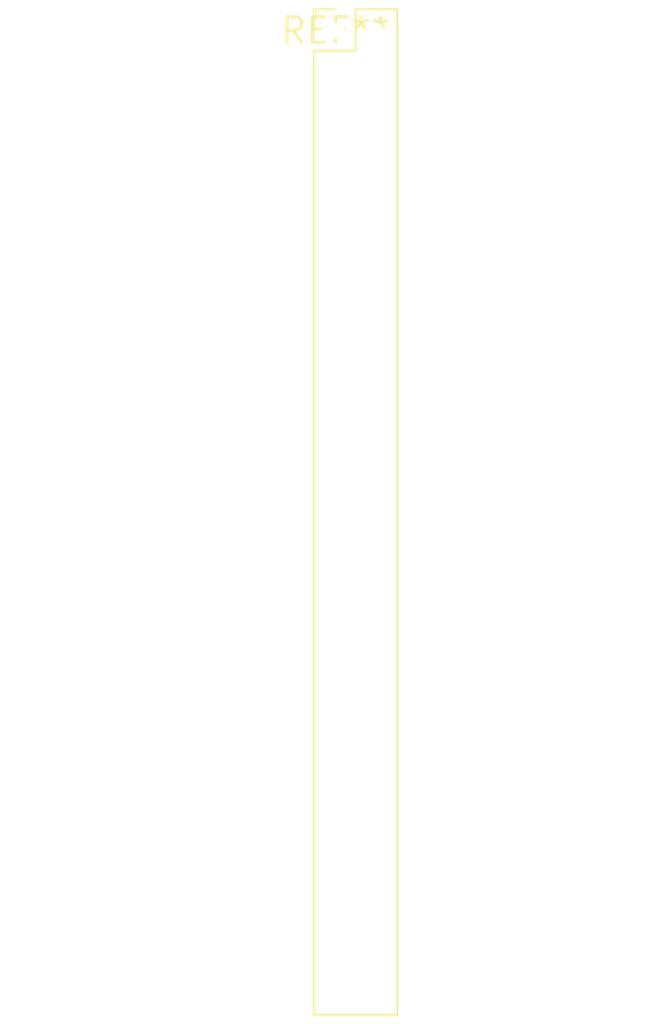
<source format=kicad_pcb>
(kicad_pcb (version 20240108) (generator pcbnew)
  (layers (0 "F.Cu" signal) (31 "B.Cu" signal) (34 "B.Paste" user) (35 "F.Paste" user) (36 "B.SilkS" user "B.Silkscreen") (37 "F.SilkS" user "F.Silkscreen") (38 "B.Mask" user) (39 "F.Mask" user) (44 "Edge.Cuts" user))
  (net 0 "")
  (footprint "PinHeader_2x25_P2.00mm_Vertical" (layer "F.Cu") (at 0 0)
    (property "Reference" "REF**")
    (property "Value" "PinHeader_2x25_P2.00mm_Vertical")
    (fp_line (start -1.06 -1.06) (end 0 -1.06) (layer "F.SilkS") (stroke (width 0.12)))
    (fp_line (start -1.06 0) (end -1.06 -1.06) (layer "F.SilkS") (stroke (width 0.12)))
    (fp_line (start -1.06 1) (end -1.06 49.06) (layer "F.SilkS") (stroke (width 0.12)))
    (fp_line (start -1.06 1) (end 1 1) (layer "F.SilkS") (stroke (width 0.12)))
    (fp_line (start -1.06 49.06) (end 3.06 49.06) (layer "F.SilkS") (stroke (width 0.12)))
    (fp_line (start 1 -1.06) (end 3.06 -1.06) (layer "F.SilkS") (stroke (width 0.12)))
    (fp_line (start 1 1) (end 1 -1.06) (layer "F.SilkS") (stroke (width 0.12)))
    (fp_line (start 3.06 -1.06) (end 3.06 49.06) (layer "F.SilkS") (stroke (width 0.12)))
    (pad "1" thru_hole rect (at 0 0) (size 1.35 1.35) (drill 0.8) (layers *.Cu *.Mask) (remove_unused_layers))
    (pad "2" thru_hole oval (at 2 0) (size 1.35 1.35) (drill 0.8) (layers *.Cu *.Mask) (remove_unused_layers))
    (pad "3" thru_hole oval (at 0 2) (size 1.35 1.35) (drill 0.8) (layers *.Cu *.Mask) (remove_unused_layers))
    (pad "4" thru_hole oval (at 2 2) (size 1.35 1.35) (drill 0.8) (layers *.Cu *.Mask) (remove_unused_layers))
    (pad "5" thru_hole oval (at 0 4) (size 1.35 1.35) (drill 0.8) (layers *.Cu *.Mask) (remove_unused_layers))
    (pad "6" thru_hole oval (at 2 4) (size 1.35 1.35) (drill 0.8) (layers *.Cu *.Mask) (remove_unused_layers))
    (pad "7" thru_hole oval (at 0 6) (size 1.35 1.35) (drill 0.8) (layers *.Cu *.Mask) (remove_unused_layers))
    (pad "8" thru_hole oval (at 2 6) (size 1.35 1.35) (drill 0.8) (layers *.Cu *.Mask) (remove_unused_layers))
    (pad "9" thru_hole oval (at 0 8) (size 1.35 1.35) (drill 0.8) (layers *.Cu *.Mask) (remove_unused_layers))
    (pad "10" thru_hole oval (at 2 8) (size 1.35 1.35) (drill 0.8) (layers *.Cu *.Mask) (remove_unused_layers))
    (pad "11" thru_hole oval (at 0 10) (size 1.35 1.35) (drill 0.8) (layers *.Cu *.Mask) (remove_unused_layers))
    (pad "12" thru_hole oval (at 2 10) (size 1.35 1.35) (drill 0.8) (layers *.Cu *.Mask) (remove_unused_layers))
    (pad "13" thru_hole oval (at 0 12) (size 1.35 1.35) (drill 0.8) (layers *.Cu *.Mask) (remove_unused_layers))
    (pad "14" thru_hole oval (at 2 12) (size 1.35 1.35) (drill 0.8) (layers *.Cu *.Mask) (remove_unused_layers))
    (pad "15" thru_hole oval (at 0 14) (size 1.35 1.35) (drill 0.8) (layers *.Cu *.Mask) (remove_unused_layers))
    (pad "16" thru_hole oval (at 2 14) (size 1.35 1.35) (drill 0.8) (layers *.Cu *.Mask) (remove_unused_layers))
    (pad "17" thru_hole oval (at 0 16) (size 1.35 1.35) (drill 0.8) (layers *.Cu *.Mask) (remove_unused_layers))
    (pad "18" thru_hole oval (at 2 16) (size 1.35 1.35) (drill 0.8) (layers *.Cu *.Mask) (remove_unused_layers))
    (pad "19" thru_hole oval (at 0 18) (size 1.35 1.35) (drill 0.8) (layers *.Cu *.Mask) (remove_unused_layers))
    (pad "20" thru_hole oval (at 2 18) (size 1.35 1.35) (drill 0.8) (layers *.Cu *.Mask) (remove_unused_layers))
    (pad "21" thru_hole oval (at 0 20) (size 1.35 1.35) (drill 0.8) (layers *.Cu *.Mask) (remove_unused_layers))
    (pad "22" thru_hole oval (at 2 20) (size 1.35 1.35) (drill 0.8) (layers *.Cu *.Mask) (remove_unused_layers))
    (pad "23" thru_hole oval (at 0 22) (size 1.35 1.35) (drill 0.8) (layers *.Cu *.Mask) (remove_unused_layers))
    (pad "24" thru_hole oval (at 2 22) (size 1.35 1.35) (drill 0.8) (layers *.Cu *.Mask) (remove_unused_layers))
    (pad "25" thru_hole oval (at 0 24) (size 1.35 1.35) (drill 0.8) (layers *.Cu *.Mask) (remove_unused_layers))
    (pad "26" thru_hole oval (at 2 24) (size 1.35 1.35) (drill 0.8) (layers *.Cu *.Mask) (remove_unused_layers))
    (pad "27" thru_hole oval (at 0 26) (size 1.35 1.35) (drill 0.8) (layers *.Cu *.Mask) (remove_unused_layers))
    (pad "28" thru_hole oval (at 2 26) (size 1.35 1.35) (drill 0.8) (layers *.Cu *.Mask) (remove_unused_layers))
    (pad "29" thru_hole oval (at 0 28) (size 1.35 1.35) (drill 0.8) (layers *.Cu *.Mask) (remove_unused_layers))
    (pad "30" thru_hole oval (at 2 28) (size 1.35 1.35) (drill 0.8) (layers *.Cu *.Mask) (remove_unused_layers))
    (pad "31" thru_hole oval (at 0 30) (size 1.35 1.35) (drill 0.8) (layers *.Cu *.Mask) (remove_unused_layers))
    (pad "32" thru_hole oval (at 2 30) (size 1.35 1.35) (drill 0.8) (layers *.Cu *.Mask) (remove_unused_layers))
    (pad "33" thru_hole oval (at 0 32) (size 1.35 1.35) (drill 0.8) (layers *.Cu *.Mask) (remove_unused_layers))
    (pad "34" thru_hole oval (at 2 32) (size 1.35 1.35) (drill 0.8) (layers *.Cu *.Mask) (remove_unused_layers))
    (pad "35" thru_hole oval (at 0 34) (size 1.35 1.35) (drill 0.8) (layers *.Cu *.Mask) (remove_unused_layers))
    (pad "36" thru_hole oval (at 2 34) (size 1.35 1.35) (drill 0.8) (layers *.Cu *.Mask) (remove_unused_layers))
    (pad "37" thru_hole oval (at 0 36) (size 1.35 1.35) (drill 0.8) (layers *.Cu *.Mask) (remove_unused_layers))
    (pad "38" thru_hole oval (at 2 36) (size 1.35 1.35) (drill 0.8) (layers *.Cu *.Mask) (remove_unused_layers))
    (pad "39" thru_hole oval (at 0 38) (size 1.35 1.35) (drill 0.8) (layers *.Cu *.Mask) (remove_unused_layers))
    (pad "40" thru_hole oval (at 2 38) (size 1.35 1.35) (drill 0.8) (layers *.Cu *.Mask) (remove_unused_layers))
    (pad "41" thru_hole oval (at 0 40) (size 1.35 1.35) (drill 0.8) (layers *.Cu *.Mask) (remove_unused_layers))
    (pad "42" thru_hole oval (at 2 40) (size 1.35 1.35) (drill 0.8) (layers *.Cu *.Mask) (remove_unused_layers))
    (pad "43" thru_hole oval (at 0 42) (size 1.35 1.35) (drill 0.8) (layers *.Cu *.Mask) (remove_unused_layers))
    (pad "44" thru_hole oval (at 2 42) (size 1.35 1.35) (drill 0.8) (layers *.Cu *.Mask) (remove_unused_layers))
    (pad "45" thru_hole oval (at 0 44) (size 1.35 1.35) (drill 0.8) (layers *.Cu *.Mask) (remove_unused_layers))
    (pad "46" thru_hole oval (at 2 44) (size 1.35 1.35) (drill 0.8) (layers *.Cu *.Mask) (remove_unused_layers))
    (pad "47" thru_hole oval (at 0 46) (size 1.35 1.35) (drill 0.8) (layers *.Cu *.Mask) (remove_unused_layers))
    (pad "48" thru_hole oval (at 2 46) (size 1.35 1.35) (drill 0.8) (layers *.Cu *.Mask) (remove_unused_layers))
    (pad "49" thru_hole oval (at 0 48) (size 1.35 1.35) (drill 0.8) (layers *.Cu *.Mask) (remove_unused_layers))
    (pad "50" thru_hole oval (at 2 48) (size 1.35 1.35) (drill 0.8) (layers *.Cu *.Mask) (remove_unused_layers))
  )
)
</source>
